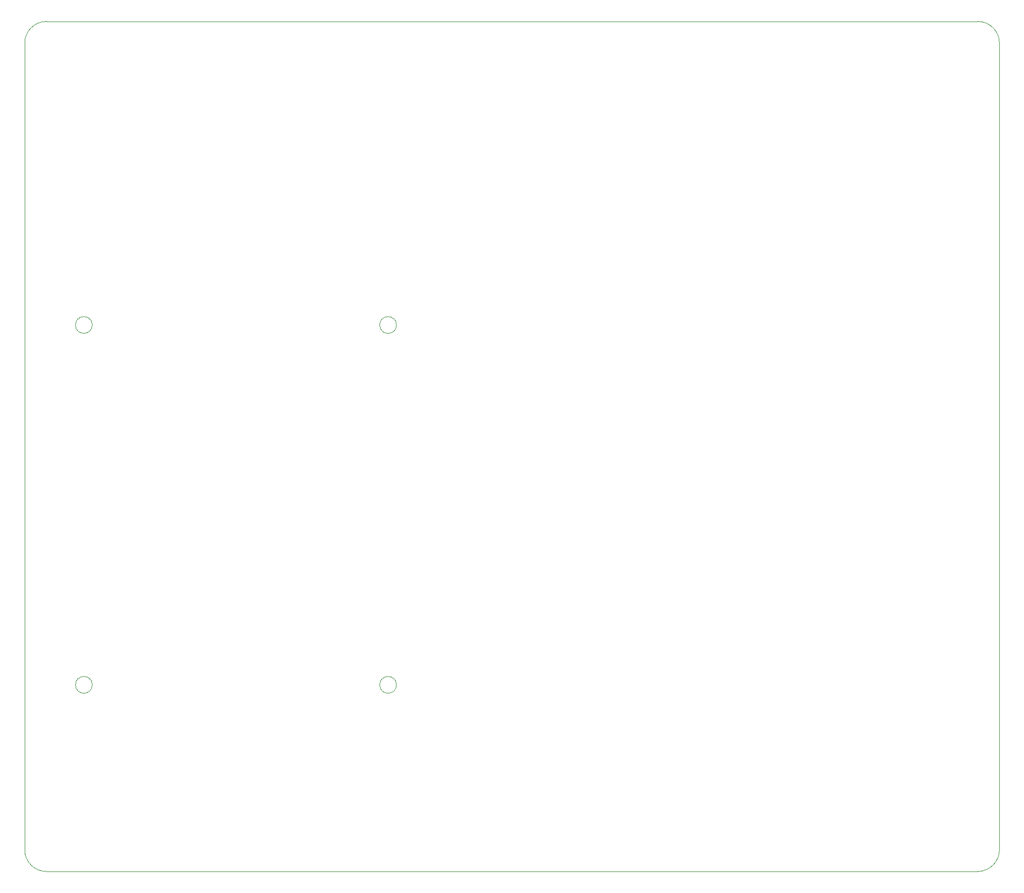
<source format=gbr>
%TF.GenerationSoftware,KiCad,Pcbnew,7.0.11*%
%TF.CreationDate,2025-03-20T11:18:49+09:00*%
%TF.ProjectId,RDC_Humanoid_Logic,5244435f-4875-46d6-916e-6f69645f4c6f,rev?*%
%TF.SameCoordinates,Original*%
%TF.FileFunction,Profile,NP*%
%FSLAX46Y46*%
G04 Gerber Fmt 4.6, Leading zero omitted, Abs format (unit mm)*
G04 Created by KiCad (PCBNEW 7.0.11) date 2025-03-20 11:18:49*
%MOMM*%
%LPD*%
G01*
G04 APERTURE LIST*
%TA.AperFunction,Profile*%
%ADD10C,0.100000*%
%TD*%
G04 APERTURE END LIST*
D10*
X224512500Y-27830000D02*
G75*
G03*
X221012500Y-24330000I-3500000J0D01*
G01*
X71012500Y-24330000D02*
G75*
G03*
X67512500Y-27830000I0J-3500000D01*
G01*
X78392500Y-131260000D02*
G75*
G03*
X75692500Y-131260000I-1350000J0D01*
G01*
X75692500Y-131260000D02*
G75*
G03*
X78392500Y-131260000I1350000J0D01*
G01*
X67512500Y-157830000D02*
X67512500Y-27830000D01*
X127392500Y-131260000D02*
G75*
G03*
X124692500Y-131260000I-1350000J0D01*
G01*
X124692500Y-131260000D02*
G75*
G03*
X127392500Y-131260000I1350000J0D01*
G01*
X224512500Y-27830000D02*
X224512500Y-157830000D01*
X221012500Y-161330000D02*
X71012500Y-161330000D01*
X221012500Y-161330000D02*
G75*
G03*
X224512500Y-157830000I0J3500000D01*
G01*
X78392500Y-73260000D02*
G75*
G03*
X75692500Y-73260000I-1350000J0D01*
G01*
X75692500Y-73260000D02*
G75*
G03*
X78392500Y-73260000I1350000J0D01*
G01*
X127392500Y-73260000D02*
G75*
G03*
X124692500Y-73260000I-1350000J0D01*
G01*
X124692500Y-73260000D02*
G75*
G03*
X127392500Y-73260000I1350000J0D01*
G01*
X71012500Y-24330000D02*
X221012500Y-24330000D01*
X67512500Y-157830000D02*
G75*
G03*
X71012500Y-161330000I3500000J0D01*
G01*
M02*

</source>
